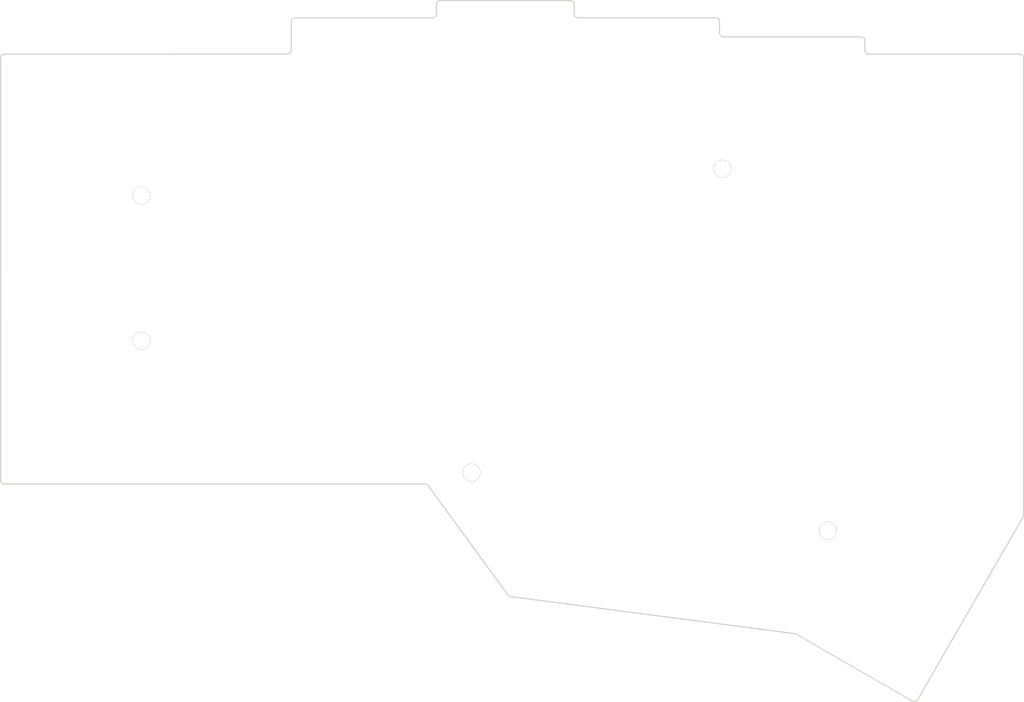
<source format=kicad_pcb>
(kicad_pcb (version 20240108) (generator "pcbnew") (generator_version "8.0")
  (title_block (title "backplate") (rev "0.2") (company "ceoloide"))
  (layers (0 "F.Cu" signal) (31 "B.Cu" signal) (34 "B.Paste" user) (35 "F.Paste" user) (36 "B.SilkS" user "B.Silkscreen") (37 "F.SilkS" user "F.Silkscreen") (38 "B.Mask" user) (39 "F.Mask" user) (44 "Edge.Cuts" user))
  (net 0 "")
  (footprint "ceoloide:mounting_hole_npth" (layer "F.Cu") (at 152.657 107.74)
    (property "Reference" "MH4" (hide yes))
    (property "Value" "")
    (pad "" np_thru_hole circle (at 0 0) (size 2.2 2.2) (drill 2.2) (layers "*.Cu" "*.Mask"))
  )
  (footprint "ceoloide:mounting_hole_npth" (layer "F.Cu") (at 185.468 67.986)
    (property "Reference" "MH3" (hide yes))
    (property "Value" "")
    (pad "" np_thru_hole circle (at 0 0) (size 2.2 2.2) (drill 2.2) (layers "*.Cu" "*.Mask"))
  )
  (footprint "ceoloide:mounting_hole_npth" (layer "F.Cu") (at 109.5 71.5)
    (property "Reference" "MH1" (hide yes))
    (property "Value" "")
    (pad "" np_thru_hole circle (at 0 0) (size 2.2 2.2) (drill 2.2) (layers "*.Cu" "*.Mask"))
  )
  (footprint "ceoloide:mounting_hole_npth" (layer "F.Cu") (at 109.5 90.5)
    (property "Reference" "MH2" (hide yes))
    (property "Value" "")
    (pad "" np_thru_hole circle (at 0 0) (size 2.2 2.2) (drill 2.2) (layers "*.Cu" "*.Mask"))
  )
  (footprint "ceoloide:mounting_hole_npth" (layer "F.Cu") (at 199.241052 115.323658 60)
    (property "Reference" "MH5" (hide yes))
    (property "Value" "")
    (pad "" np_thru_hole circle (at 0 0 60) (size 2.2 2.2) (drill 2.2) (layers "*.Cu" "*.Mask"))
  )
  (gr_line (start 129.08 52.489013) (end 129.08 48.74) (stroke (width 0.15)) (layer "Edge.Cuts"))
  (gr_line (start 204.582778 52.99) (end 224.333 52.99) (stroke (width 0.15)) (layer "Edge.Cuts"))
  (gr_arc (start 148.08 46.488) (mid 148.226447 46.134447) (end 148.58 45.988) (stroke (width 0.15)) (layer "Edge.Cuts"))
  (gr_line (start 210.29051 137.641397) (end 195.123642 128.884802) (stroke (width 0.15)) (layer "Edge.Cuts"))
  (gr_arc (start 129.08 52.489013) (mid 128.933558 52.842562) (end 128.580013 52.989013) (stroke (width 0.15)) (layer "Edge.Cuts"))
  (gr_line (start 224.766013 113.567025) (end 224.518 113.996596) (stroke (width 0.15)) (layer "Edge.Cuts"))
  (gr_arc (start 224.333 52.99) (mid 224.686553 53.136447) (end 224.833 53.49) (stroke (width 0.15)) (layer "Edge.Cuts"))
  (gr_arc (start 203.582222 50.738) (mid 203.935697 50.884368) (end 204.082222 51.237778) (stroke (width 0.15)) (layer "Edge.Cuts"))
  (gr_arc (start 165.582 45.988) (mid 165.935553 46.134447) (end 166.082 46.488) (stroke (width 0.15)) (layer "Edge.Cuts"))
  (gr_line (start 224.833 53.49) (end 224.833 113.317025) (stroke (width 0.15)) (layer "Edge.Cuts"))
  (gr_line (start 166.082 46.488) (end 166.082 47.74) (stroke (width 0.15)) (layer "Edge.Cuts"))
  (gr_arc (start 185.582 50.738) (mid 185.228447 50.591553) (end 185.082 50.238) (stroke (width 0.15)) (layer "Edge.Cuts"))
  (gr_line (start 129.58 48.24) (end 147.58 48.24) (stroke (width 0.15)) (layer "Edge.Cuts"))
  (gr_line (start 185.582 50.738) (end 203.582222 50.738) (stroke (width 0.15)) (layer "Edge.Cuts"))
  (gr_circle (center 185.468 67.986) (end 186.568 67.986) (stroke (width 0.15)) (fill none) (layer "Edge.Cuts"))
  (gr_line (start 224.518 113.996596) (end 210.973532 137.458367) (stroke (width 0.15)) (layer "Edge.Cuts"))
  (gr_arc (start 184.582 48.24) (mid 184.935553 48.386447) (end 185.082 48.74) (stroke (width 0.15)) (layer "Edge.Cuts"))
  (gr_arc (start 210.973533 137.458367) (mid 210.669929 137.691345) (end 210.29051 137.641397) (stroke (width 0.15)) (layer "Edge.Cuts"))
  (gr_circle (center 109.5 90.5) (end 110.6 90.5) (stroke (width 0.15)) (fill none) (layer "Edge.Cuts"))
  (gr_line (start 91.081982 108.740018) (end 91.080018 53.490005) (stroke (width 0.15)) (layer "Edge.Cuts"))
  (gr_line (start 157.43351 123.776431) (end 146.989776 109.445522) (stroke (width 0.15)) (layer "Edge.Cuts"))
  (gr_arc (start 224.833 113.317025) (mid 224.815963 113.446434) (end 224.766013 113.567025) (stroke (width 0.15)) (layer "Edge.Cuts"))
  (gr_arc (start 146.585693 109.24) (mid 146.812366 109.294333) (end 146.989776 109.445522) (stroke (width 0.15)) (layer "Edge.Cuts"))
  (gr_arc (start 148.08 47.74) (mid 147.933553 48.093553) (end 147.58 48.24) (stroke (width 0.15)) (layer "Edge.Cuts"))
  (gr_line (start 185.082 48.74) (end 185.082 50.238) (stroke (width 0.15)) (layer "Edge.Cuts"))
  (gr_line (start 194.938267 128.822008) (end 157.772968 123.977759) (stroke (width 0.15)) (layer "Edge.Cuts"))
  (gr_arc (start 91.080018 53.490005) (mid 91.226454 53.136445) (end 91.580005 52.989987) (stroke (width 0.15)) (layer "Edge.Cuts"))
  (gr_line (start 91.580005 52.989987) (end 128.580013 52.989013) (stroke (width 0.15)) (layer "Edge.Cuts"))
  (gr_arc (start 204.582778 52.99) (mid 204.229303 52.843632) (end 204.082778 52.490222) (stroke (width 0.15)) (layer "Edge.Cuts"))
  (gr_line (start 204.082222 51.237778) (end 204.082778 52.490222) (stroke (width 0.15)) (layer "Edge.Cuts"))
  (gr_circle (center 109.5 71.5) (end 110.6 71.5) (stroke (width 0.15)) (fill none) (layer "Edge.Cuts"))
  (gr_line (start 146.585693 109.24) (end 91.581982 109.24) (stroke (width 0.15)) (layer "Edge.Cuts"))
  (gr_arc (start 194.938267 128.822009) (mid 195.034057 128.844247) (end 195.123642 128.884802) (stroke (width 0.15)) (layer "Edge.Cuts"))
  (gr_line (start 148.58 45.988) (end 165.582 45.988) (stroke (width 0.15)) (layer "Edge.Cuts"))
  (gr_circle (center 199.241052 115.323658) (end 200.341052 115.323658) (stroke (width 0.15)) (fill none) (layer "Edge.Cuts"))
  (gr_arc (start 166.582 48.24) (mid 166.228447 48.093553) (end 166.082 47.74) (stroke (width 0.15)) (layer "Edge.Cuts"))
  (gr_line (start 148.08 47.74) (end 148.08 46.488) (stroke (width 0.15)) (layer "Edge.Cuts"))
  (gr_arc (start 91.581982 109.24) (mid 91.228435 109.09356) (end 91.081982 108.740018) (stroke (width 0.15)) (layer "Edge.Cuts"))
  (gr_line (start 166.582 48.24) (end 184.582 48.24) (stroke (width 0.15)) (layer "Edge.Cuts"))
  (gr_arc (start 129.08 48.74) (mid 129.226447 48.386447) (end 129.58 48.24) (stroke (width 0.15)) (layer "Edge.Cuts"))
  (gr_circle (center 152.657 107.74) (end 153.757 107.74) (stroke (width 0.15)) (fill none) (layer "Edge.Cuts"))
  (gr_arc (start 157.772968 123.977759) (mid 157.582534 123.912005) (end 157.43351 123.776431) (stroke (width 0.15)) (layer "Edge.Cuts"))
)
</source>
